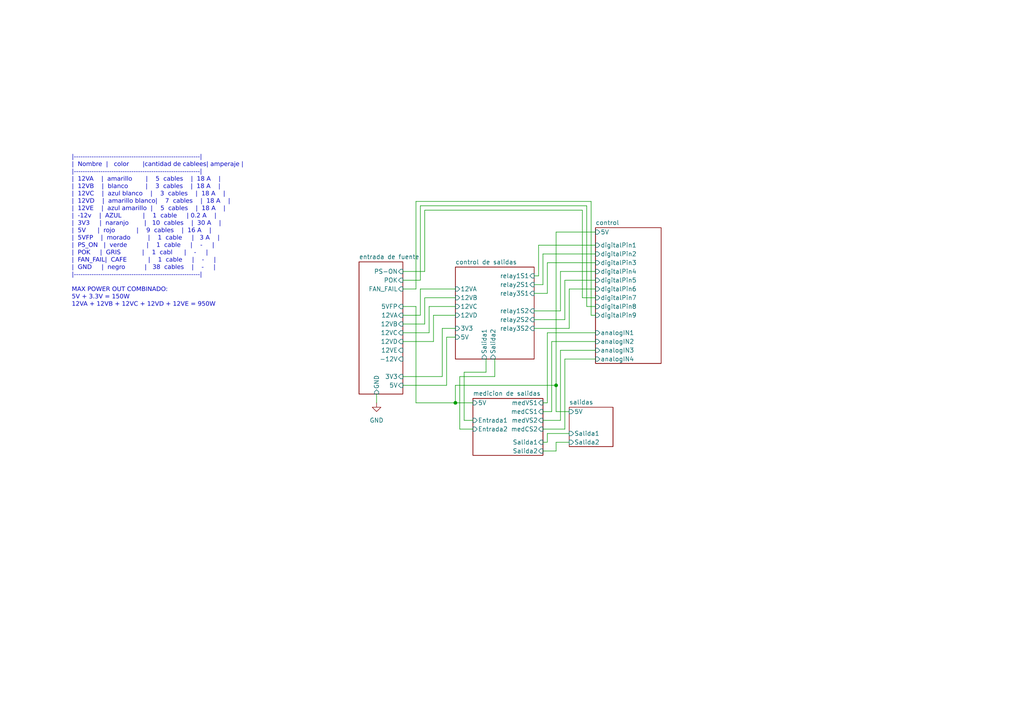
<source format=kicad_sch>
(kicad_sch (version 20230121) (generator eeschema)
  (paper "A4")
  (lib_symbols
    (symbol "power:GND" (power) (pin_names (offset 0))
      (property "Value" "GND" (at 0 -3.81 0))
      (symbol "GND_0_1"
        (polyline (pts (xy 0 0) (xy 0 -1.27) (xy 1.27 -1.27) (xy 0 -2.54) (xy -1.27 -1.27) (xy 0 -1.27)))
      )
      (symbol "GND_1_1"
        (pin power_in line (at 0 0 270) (length 0) hide (name "GND") (number "1"))
      )
    )
  )
  (junction (at 161.29 111.76))
  (junction (at 132.08 116.84))
  (wire (pts (xy 165.1 119.38) (xy 161.29 119.38)))
  (wire (pts (xy 163.83 92.71) (xy 163.83 81.28)))
  (wire (pts (xy 158.75 96.52) (xy 172.72 96.52)))
  (wire (pts (xy 140.97 107.95) (xy 134.62 107.95)))
  (wire (pts (xy 133.35 124.46) (xy 137.16 124.46)))
  (wire (pts (xy 170.18 59.69) (xy 121.92 59.69)))
  (wire (pts (xy 132.08 111.76) (xy 132.08 116.84)))
  (wire (pts (xy 163.83 124.46) (xy 163.83 104.14)))
  (wire (pts (xy 172.72 86.36) (xy 168.91 86.36)))
  (wire (pts (xy 116.84 91.44) (xy 121.92 91.44)))
  (wire (pts (xy 154.94 85.09) (xy 158.75 85.09)))
  (wire (pts (xy 109.22 114.3) (xy 109.22 116.84)))
  (wire (pts (xy 154.94 95.25) (xy 165.1 95.25)))
  (wire (pts (xy 158.75 128.27) (xy 158.75 125.73)))
  (wire (pts (xy 134.62 107.95) (xy 134.62 121.92)))
  (wire (pts (xy 157.48 124.46) (xy 163.83 124.46)))
  (wire (pts (xy 158.75 76.2) (xy 172.72 76.2)))
  (wire (pts (xy 172.72 91.44) (xy 171.45 91.44)))
  (wire (pts (xy 163.83 81.28) (xy 172.72 81.28)))
  (wire (pts (xy 154.94 80.01) (xy 156.21 80.01)))
  (wire (pts (xy 168.91 86.36) (xy 168.91 60.96)))
  (wire (pts (xy 158.75 85.09) (xy 158.75 76.2)))
  (wire (pts (xy 132.08 97.79) (xy 129.54 97.79)))
  (wire (pts (xy 129.54 97.79) (xy 129.54 111.76)))
  (wire (pts (xy 128.27 95.25) (xy 128.27 109.22)))
  (wire (pts (xy 170.18 88.9) (xy 170.18 59.69)))
  (wire (pts (xy 121.92 81.28) (xy 116.84 81.28)))
  (wire (pts (xy 160.02 99.06) (xy 172.72 99.06)))
  (wire (pts (xy 171.45 91.44) (xy 171.45 58.42)))
  (wire (pts (xy 172.72 88.9) (xy 170.18 88.9)))
  (wire (pts (xy 121.92 91.44) (xy 121.92 83.82)))
  (wire (pts (xy 133.35 109.22) (xy 133.35 124.46)))
  (wire (pts (xy 134.62 121.92) (xy 137.16 121.92)))
  (wire (pts (xy 143.51 104.14) (xy 143.51 109.22)))
  (wire (pts (xy 172.72 67.31) (xy 161.29 67.31)))
  (wire (pts (xy 123.19 78.74) (xy 116.84 78.74)))
  (wire (pts (xy 116.84 93.98) (xy 123.19 93.98)))
  (wire (pts (xy 132.08 95.25) (xy 128.27 95.25)))
  (wire (pts (xy 162.56 90.17) (xy 162.56 78.74)))
  (wire (pts (xy 123.19 60.96) (xy 123.19 78.74)))
  (wire (pts (xy 121.92 83.82) (xy 132.08 83.82)))
  (wire (pts (xy 157.48 119.38) (xy 160.02 119.38)))
  (wire (pts (xy 120.65 58.42) (xy 120.65 83.82)))
  (wire (pts (xy 162.56 78.74) (xy 172.72 78.74)))
  (wire (pts (xy 168.91 60.96) (xy 123.19 60.96)))
  (wire (pts (xy 161.29 67.31) (xy 161.29 111.76)))
  (wire (pts (xy 116.84 111.76) (xy 129.54 111.76)))
  (wire (pts (xy 124.46 96.52) (xy 124.46 88.9)))
  (wire (pts (xy 157.48 73.66) (xy 172.72 73.66)))
  (wire (pts (xy 116.84 88.9) (xy 120.65 88.9)))
  (wire (pts (xy 154.94 92.71) (xy 163.83 92.71)))
  (wire (pts (xy 163.83 104.14) (xy 172.72 104.14)))
  (wire (pts (xy 161.29 128.27) (xy 165.1 128.27)))
  (wire (pts (xy 120.65 88.9) (xy 120.65 116.84)))
  (wire (pts (xy 157.48 130.81) (xy 161.29 130.81)))
  (wire (pts (xy 123.19 93.98) (xy 123.19 86.36)))
  (wire (pts (xy 157.48 116.84) (xy 158.75 116.84)))
  (wire (pts (xy 157.48 128.27) (xy 158.75 128.27)))
  (wire (pts (xy 171.45 58.42) (xy 120.65 58.42)))
  (wire (pts (xy 161.29 111.76) (xy 132.08 111.76)))
  (wire (pts (xy 157.48 82.55) (xy 157.48 73.66)))
  (wire (pts (xy 120.65 116.84) (xy 132.08 116.84)))
  (wire (pts (xy 160.02 119.38) (xy 160.02 99.06)))
  (wire (pts (xy 120.65 83.82) (xy 116.84 83.82)))
  (wire (pts (xy 162.56 101.6) (xy 172.72 101.6)))
  (wire (pts (xy 123.19 86.36) (xy 132.08 86.36)))
  (wire (pts (xy 165.1 95.25) (xy 165.1 83.82)))
  (wire (pts (xy 121.92 59.69) (xy 121.92 81.28)))
  (wire (pts (xy 116.84 99.06) (xy 125.73 99.06)))
  (wire (pts (xy 165.1 83.82) (xy 172.72 83.82)))
  (wire (pts (xy 157.48 121.92) (xy 162.56 121.92)))
  (wire (pts (xy 140.97 104.14) (xy 140.97 107.95)))
  (wire (pts (xy 156.21 71.12) (xy 172.72 71.12)))
  (wire (pts (xy 161.29 119.38) (xy 161.29 111.76)))
  (wire (pts (xy 154.94 82.55) (xy 157.48 82.55)))
  (wire (pts (xy 143.51 109.22) (xy 133.35 109.22)))
  (wire (pts (xy 161.29 130.81) (xy 161.29 128.27)))
  (wire (pts (xy 128.27 109.22) (xy 116.84 109.22)))
  (wire (pts (xy 156.21 80.01) (xy 156.21 71.12)))
  (wire (pts (xy 125.73 99.06) (xy 125.73 91.44)))
  (wire (pts (xy 158.75 116.84) (xy 158.75 96.52)))
  (wire (pts (xy 158.75 125.73) (xy 165.1 125.73)))
  (wire (pts (xy 154.94 90.17) (xy 162.56 90.17)))
  (wire (pts (xy 125.73 91.44) (xy 132.08 91.44)))
  (wire (pts (xy 116.84 96.52) (xy 124.46 96.52)))
  (wire (pts (xy 124.46 88.9) (xy 132.08 88.9)))
  (wire (pts (xy 132.08 116.84) (xy 137.16 116.84)))
  (wire (pts (xy 162.56 121.92) (xy 162.56 101.6)))
  (text "|---------------------------------------------------------|\n|  Nombre  |   color       |cantidad de cablees| amperaje |\n|---------------------------------------------------------|\n|  12VA    |  amarillo       |    5  cables    |  18 A    |\n|  12VB    |  blanco         |    3  cables    |  18 A    |\n|  12VC    |  azul blanco    |    3  cables    |  18 A    |\n|  12VD    |  amarillo blanco|    7  cables    |  18 A    |\n|  12VE    |  azul amarillo  |    5  cables    |  18 A    |\n|  -12v    |  AZUL           |    1  cable     | 0.2 A    |\n|  3V3     |  naranjo        |   10  cables    |  30 A    |\n|  5V      |  rojo           |    9  cables    |  16 A    |\n|  5VFP    |  morado         |    1  cable     |   3 A    |\n|  PS_ON   |  verde          |    1  cable     |    -     |\n|  POK     |  GRIS           |    1  cabl      |    -     |\n|  FAN_FAIL|  CAFE           |    1  cable     |    -     |\n|  GND     |  negro          |   38  cables    |    -     |\n|---------------------------------------------------------|\n\nMAX POWER OUT COMBINADO:\n5V + 3.3V = 150W\n12VA + 12VB + 12VC + 12VD + 12VE = 950W\n\n\n" (at 20.828 93.726 0) (effects (font (size 1.27 1.27)) (justify left bottom)))
  (symbol (lib_id "power:GND") (at 109.22 116.84 0) (unit 1)
    (property "Reference" "#PWR01" (effects hide))
    (property "Value" "GND" (at 109.22 121.92 0))
  )
  (sheet (at 165.1 118.11) (size 12.7 11.43) (stroke (width 0.1524))
    (property "Sheetname" "salidas" (at 165.1 117.3984 0) (effects (justify left bottom)))
    (property "Sheetfile" "salidas.kicad_sch" (effects hide))
    (pin "5V" input (at 165.1 119.38 180))
    (pin "Salida1" input (at 165.1 125.73 180))
    (pin "Salida2" input (at 165.1 128.27 180))
  )
  (sheet (at 137.16 115.57) (size 20.32 16.51) (stroke (width 0.1524))
    (property "Sheetname" "medicion de salidas" (at 137.16 114.8584 0) (effects (justify left bottom)))
    (property "Sheetfile" "medicionDeSalidas.kicad_sch" (effects hide))
    (pin "medCS2" input (at 157.48 124.46 0))
    (pin "Salida1" input (at 157.48 128.27 0))
    (pin "Entrada1" input (at 137.16 121.92 180))
    (pin "Salida2" input (at 157.48 130.81 0))
    (pin "Entrada2" input (at 137.16 124.46 180))
    (pin "medCS1" input (at 157.48 119.38 0))
    (pin "5V" input (at 137.16 116.84 180))
    (pin "medVS1" input (at 157.48 116.84 0))
    (pin "medVS2" input (at 157.48 121.92 0))
  )
  (sheet (at 132.08 77.47) (size 22.86 26.67) (stroke (width 0.1524))
    (property "Sheetname" "control de salidas" (at 132.08 76.7584 0) (effects (justify left bottom)))
    (property "Sheetfile" "controlDeSalidas.kicad_sch" (effects hide))
    (pin "relay2S2" input (at 154.94 92.71 0))
    (pin "Salida1" input (at 140.462 104.14 270))
    (pin "12VA" input (at 132.08 83.82 180))
    (pin "relay3S1" input (at 154.94 85.09 0))
    (pin "relay1S2" input (at 154.94 90.17 0))
    (pin "12VD" input (at 132.08 91.44 180))
    (pin "relay2S1" input (at 154.94 82.55 0))
    (pin "3V3" input (at 132.08 95.25 180))
    (pin "5V" input (at 132.08 97.79 180))
    (pin "relay1S1" input (at 154.94 80.01 0))
    (pin "12VC" input (at 132.08 88.9 180))
    (pin "relay3S2" input (at 154.94 95.25 0))
    (pin "12VB" input (at 132.08 86.36 180))
    (pin "Salida2" input (at 143.002 104.14 270))
  )
  (sheet (at 172.72 66.04) (size 19.05 39.37) (stroke (width 0.1524))
    (property "Sheetname" "control" (at 172.72 65.3284 0) (effects (justify left bottom)))
    (property "Sheetfile" "control.kicad_sch" (effects hide))
    (pin "5V" input (at 172.72 67.31 180))
    (pin "analogIN2" input (at 172.72 99.06 180))
    (pin "analogIN1" input (at 172.72 96.52 180))
    (pin "analogIN3" input (at 172.72 101.6 180))
    (pin "analogIN4" input (at 172.72 104.14 180))
    (pin "digitalPin1" input (at 172.72 71.12 180))
    (pin "digitalPin5" input (at 172.72 81.28 180))
    (pin "digitalPin7" input (at 172.72 86.36 180))
    (pin "digitalPin6" input (at 172.72 83.82 180))
    (pin "digitalPin8" input (at 172.72 88.9 180))
    (pin "digitalPin9" input (at 172.72 91.44 180))
    (pin "digitalPin3" input (at 172.72 76.2 180))
    (pin "digitalPin2" input (at 172.72 73.66 180))
    (pin "digitalPin4" input (at 172.72 78.74 180))
  )
  (sheet (at 104.14 75.946) (size 12.7 38.354) (stroke (width 0.1524))
    (property "Sheetname" "entrada de fuente" (at 104.14 75.2344 0) (effects (justify left bottom)))
    (property "Sheetfile" "entradaFuente.kicad_sch" (effects hide))
    (pin "PS-ON" input (at 116.84 78.74 0))
    (pin "POK" input (at 116.84 81.28 0))
    (pin "GND" input (at 109.22 114.3 270))
    (pin "FAN_FAIL" input (at 116.84 83.82 0))
    (pin "5VFP" input (at 116.84 88.9 0))
    (pin "12VE" input (at 116.84 101.6 0))
    (pin "12VD" input (at 116.84 99.06 0))
    (pin "-12V" input (at 116.84 104.14 0))
    (pin "12VB" input (at 116.84 93.98 0))
    (pin "12VC" input (at 116.84 96.52 0))
    (pin "12VA" input (at 116.84 91.44 0))
    (pin "3V3" input (at 116.84 109.22 0))
    (pin "5V" input (at 116.84 111.76 0))
  )
)
</source>
